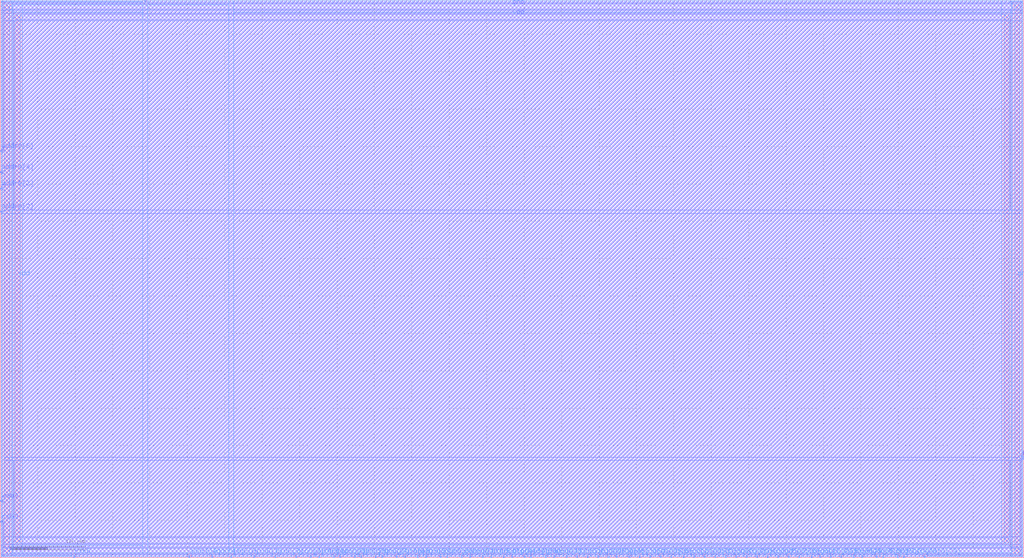
<source format=lef>
VERSION 5.4 ;
NAMESCASESENSITIVE ON ;
BUSBITCHARS "[]" ;
DIVIDERCHAR "/" ;
UNITS
  DATABASE MICRONS 2000 ;
END UNITS
MACRO SRAM_32x128_1rw
   CLASS BLOCK ;
   SIZE 136.78 BY 74.62 ;
   SYMMETRY X Y R90 ;
   PIN din0[0]
      DIRECTION INPUT ;
      PORT
         LAYER metal4 ;
         RECT  30.8 0.0 30.94 0.42 ;
      END
   END din0[0]
   PIN din0[1]
      DIRECTION INPUT ;
      PORT
         LAYER metal4 ;
         RECT  33.88 0.0 34.02 0.42 ;
      END
   END din0[1]
   PIN din0[2]
      DIRECTION INPUT ;
      PORT
         LAYER metal4 ;
         RECT  36.68 0.0 36.82 0.42 ;
      END
   END din0[2]
   PIN din0[3]
      DIRECTION INPUT ;
      PORT
         LAYER metal4 ;
         RECT  39.48 0.0 39.62 0.42 ;
      END
   END din0[3]
   PIN din0[4]
      DIRECTION INPUT ;
      PORT
         LAYER metal4 ;
         RECT  42.56 0.0 42.7 0.42 ;
      END
   END din0[4]
   PIN din0[5]
      DIRECTION INPUT ;
      PORT
         LAYER metal4 ;
         RECT  45.36 0.0 45.5 0.42 ;
      END
   END din0[5]
   PIN din0[6]
      DIRECTION INPUT ;
      PORT
         LAYER metal4 ;
         RECT  48.16 0.0 48.3 0.42 ;
      END
   END din0[6]
   PIN din0[7]
      DIRECTION INPUT ;
      PORT
         LAYER metal4 ;
         RECT  50.96 0.0 51.1 0.42 ;
      END
   END din0[7]
   PIN din0[8]
      DIRECTION INPUT ;
      PORT
         LAYER metal4 ;
         RECT  54.04 0.0 54.18 0.42 ;
      END
   END din0[8]
   PIN din0[9]
      DIRECTION INPUT ;
      PORT
         LAYER metal4 ;
         RECT  56.84 0.0 56.98 0.42 ;
      END
   END din0[9]
   PIN din0[10]
      DIRECTION INPUT ;
      PORT
         LAYER metal4 ;
         RECT  59.64 0.0 59.78 0.42 ;
      END
   END din0[10]
   PIN din0[11]
      DIRECTION INPUT ;
      PORT
         LAYER metal4 ;
         RECT  62.72 0.0 62.86 0.42 ;
      END
   END din0[11]
   PIN din0[12]
      DIRECTION INPUT ;
      PORT
         LAYER metal4 ;
         RECT  65.52 0.0 65.66 0.42 ;
      END
   END din0[12]
   PIN din0[13]
      DIRECTION INPUT ;
      PORT
         LAYER metal4 ;
         RECT  68.32 0.0 68.46 0.42 ;
      END
   END din0[13]
   PIN din0[14]
      DIRECTION INPUT ;
      PORT
         LAYER metal4 ;
         RECT  70.84 0.0 70.98 0.42 ;
      END
   END din0[14]
   PIN din0[15]
      DIRECTION INPUT ;
      PORT
         LAYER metal4 ;
         RECT  73.92 0.0 74.06 0.42 ;
      END
   END din0[15]
   PIN din0[16]
      DIRECTION INPUT ;
      PORT
         LAYER metal4 ;
         RECT  77.0 0.0 77.14 0.42 ;
      END
   END din0[16]
   PIN din0[17]
      DIRECTION INPUT ;
      PORT
         LAYER metal4 ;
         RECT  79.8 0.0 79.94 0.42 ;
      END
   END din0[17]
   PIN din0[18]
      DIRECTION INPUT ;
      PORT
         LAYER metal4 ;
         RECT  82.32 0.0 82.46 0.42 ;
      END
   END din0[18]
   PIN din0[19]
      DIRECTION INPUT ;
      PORT
         LAYER metal4 ;
         RECT  85.4 0.0 85.54 0.42 ;
      END
   END din0[19]
   PIN din0[20]
      DIRECTION INPUT ;
      PORT
         LAYER metal4 ;
         RECT  88.2 0.0 88.34 0.42 ;
      END
   END din0[20]
   PIN din0[21]
      DIRECTION INPUT ;
      PORT
         LAYER metal4 ;
         RECT  91.28 0.0 91.42 0.42 ;
      END
   END din0[21]
   PIN din0[22]
      DIRECTION INPUT ;
      PORT
         LAYER metal4 ;
         RECT  94.08 0.0 94.22 0.42 ;
      END
   END din0[22]
   PIN din0[23]
      DIRECTION INPUT ;
      PORT
         LAYER metal4 ;
         RECT  96.88 0.0 97.02 0.42 ;
      END
   END din0[23]
   PIN din0[24]
      DIRECTION INPUT ;
      PORT
         LAYER metal4 ;
         RECT  99.68 0.0 99.82 0.42 ;
      END
   END din0[24]
   PIN din0[25]
      DIRECTION INPUT ;
      PORT
         LAYER metal4 ;
         RECT  102.48 0.0 102.62 0.42 ;
      END
   END din0[25]
   PIN din0[26]
      DIRECTION INPUT ;
      PORT
         LAYER metal4 ;
         RECT  105.28 0.0 105.42 0.42 ;
      END
   END din0[26]
   PIN din0[27]
      DIRECTION INPUT ;
      PORT
         LAYER metal4 ;
         RECT  108.36 0.0 108.5 0.42 ;
      END
   END din0[27]
   PIN din0[28]
      DIRECTION INPUT ;
      PORT
         LAYER metal4 ;
         RECT  110.88 0.0 111.02 0.42 ;
      END
   END din0[28]
   PIN din0[29]
      DIRECTION INPUT ;
      PORT
         LAYER metal4 ;
         RECT  113.96 0.0 114.1 0.42 ;
      END
   END din0[29]
   PIN din0[30]
      DIRECTION INPUT ;
      PORT
         LAYER metal4 ;
         RECT  117.04 0.0 117.18 0.42 ;
      END
   END din0[30]
   PIN din0[31]
      DIRECTION INPUT ;
      PORT
         LAYER metal4 ;
         RECT  119.84 0.0 119.98 0.42 ;
      END
   END din0[31]
   PIN addr0[0]
      DIRECTION INPUT ;
      PORT
         LAYER metal4 ;
         RECT  25.2 0.0 25.34 0.42 ;
      END
   END addr0[0]
   PIN addr0[1]
      DIRECTION INPUT ;
      PORT
         LAYER metal4 ;
         RECT  28.28 0.0 28.42 0.42 ;
      END
   END addr0[1]
   PIN addr0[2]
      DIRECTION INPUT ;
      PORT
         LAYER metal3 ;
         RECT  0.0 46.2 0.42 46.34 ;
      END
   END addr0[2]
   PIN addr0[3]
      DIRECTION INPUT ;
      PORT
         LAYER metal3 ;
         RECT  0.0 49.28 0.42 49.42 ;
      END
   END addr0[3]
   PIN addr0[4]
      DIRECTION INPUT ;
      PORT
         LAYER metal3 ;
         RECT  0.0 51.52 0.42 51.66 ;
      END
   END addr0[4]
   PIN addr0[5]
      DIRECTION INPUT ;
      PORT
         LAYER metal3 ;
         RECT  0.0 54.32 0.42 54.46 ;
      END
   END addr0[5]
   PIN addr0[6]
      DIRECTION INPUT ;
      PORT
         LAYER metal4 ;
         RECT  19.32 74.2 19.46 74.62 ;
      END
   END addr0[6]
   PIN csb0
      DIRECTION INPUT ;
      PORT
         LAYER metal3 ;
         RECT  0.0 4.76 0.42 4.9 ;
      END
   END csb0
   PIN web0
      DIRECTION INPUT ;
      PORT
         LAYER metal3 ;
         RECT  0.0 7.56 0.42 7.7 ;
      END
   END web0
   PIN clk0
      DIRECTION INPUT ;
      PORT
         LAYER metal4 ;
         RECT  9.8 0.0 9.94 0.42 ;
      END
   END clk0
   PIN dout0[0]
      DIRECTION OUTPUT ;
      PORT
         LAYER metal4 ;
         RECT  41.44 0.0 41.58 0.42 ;
      END
   END dout0[0]
   PIN dout0[1]
      DIRECTION OUTPUT ;
      PORT
         LAYER metal4 ;
         RECT  44.52 0.0 44.66 0.42 ;
      END
   END dout0[1]
   PIN dout0[2]
      DIRECTION OUTPUT ;
      PORT
         LAYER metal4 ;
         RECT  47.32 0.0 47.46 0.42 ;
      END
   END dout0[2]
   PIN dout0[3]
      DIRECTION OUTPUT ;
      PORT
         LAYER metal4 ;
         RECT  50.12 0.0 50.26 0.42 ;
      END
   END dout0[3]
   PIN dout0[4]
      DIRECTION OUTPUT ;
      PORT
         LAYER metal4 ;
         RECT  52.92 0.0 53.06 0.42 ;
      END
   END dout0[4]
   PIN dout0[5]
      DIRECTION OUTPUT ;
      PORT
         LAYER metal4 ;
         RECT  55.72 0.0 55.86 0.42 ;
      END
   END dout0[5]
   PIN dout0[6]
      DIRECTION OUTPUT ;
      PORT
         LAYER metal4 ;
         RECT  58.8 0.0 58.94 0.42 ;
      END
   END dout0[6]
   PIN dout0[7]
      DIRECTION OUTPUT ;
      PORT
         LAYER metal4 ;
         RECT  61.6 0.0 61.74 0.42 ;
      END
   END dout0[7]
   PIN dout0[8]
      DIRECTION OUTPUT ;
      PORT
         LAYER metal4 ;
         RECT  64.4 0.0 64.54 0.42 ;
      END
   END dout0[8]
   PIN dout0[9]
      DIRECTION OUTPUT ;
      PORT
         LAYER metal4 ;
         RECT  67.2 0.0 67.34 0.42 ;
      END
   END dout0[9]
   PIN dout0[10]
      DIRECTION OUTPUT ;
      PORT
         LAYER metal4 ;
         RECT  70.0 0.0 70.14 0.42 ;
      END
   END dout0[10]
   PIN dout0[11]
      DIRECTION OUTPUT ;
      PORT
         LAYER metal4 ;
         RECT  72.8 0.0 72.94 0.42 ;
      END
   END dout0[11]
   PIN dout0[12]
      DIRECTION OUTPUT ;
      PORT
         LAYER metal4 ;
         RECT  75.6 0.0 75.74 0.42 ;
      END
   END dout0[12]
   PIN dout0[13]
      DIRECTION OUTPUT ;
      PORT
         LAYER metal4 ;
         RECT  78.4 0.0 78.54 0.42 ;
      END
   END dout0[13]
   PIN dout0[14]
      DIRECTION OUTPUT ;
      PORT
         LAYER metal4 ;
         RECT  81.2 0.0 81.34 0.42 ;
      END
   END dout0[14]
   PIN dout0[15]
      DIRECTION OUTPUT ;
      PORT
         LAYER metal4 ;
         RECT  84.0 0.0 84.14 0.42 ;
      END
   END dout0[15]
   PIN dout0[16]
      DIRECTION OUTPUT ;
      PORT
         LAYER metal4 ;
         RECT  86.8 0.0 86.94 0.42 ;
      END
   END dout0[16]
   PIN dout0[17]
      DIRECTION OUTPUT ;
      PORT
         LAYER metal4 ;
         RECT  89.6 0.0 89.74 0.42 ;
      END
   END dout0[17]
   PIN dout0[18]
      DIRECTION OUTPUT ;
      PORT
         LAYER metal4 ;
         RECT  92.68 0.0 92.82 0.42 ;
      END
   END dout0[18]
   PIN dout0[19]
      DIRECTION OUTPUT ;
      PORT
         LAYER metal4 ;
         RECT  95.48 0.0 95.62 0.42 ;
      END
   END dout0[19]
   PIN dout0[20]
      DIRECTION OUTPUT ;
      PORT
         LAYER metal4 ;
         RECT  98.28 0.0 98.42 0.42 ;
      END
   END dout0[20]
   PIN dout0[21]
      DIRECTION OUTPUT ;
      PORT
         LAYER metal4 ;
         RECT  101.08 0.0 101.22 0.42 ;
      END
   END dout0[21]
   PIN dout0[22]
      DIRECTION OUTPUT ;
      PORT
         LAYER metal4 ;
         RECT  103.88 0.0 104.02 0.42 ;
      END
   END dout0[22]
   PIN dout0[23]
      DIRECTION OUTPUT ;
      PORT
         LAYER metal4 ;
         RECT  106.68 0.0 106.82 0.42 ;
      END
   END dout0[23]
   PIN dout0[24]
      DIRECTION OUTPUT ;
      PORT
         LAYER metal4 ;
         RECT  109.48 0.0 109.62 0.42 ;
      END
   END dout0[24]
   PIN dout0[25]
      DIRECTION OUTPUT ;
      PORT
         LAYER metal4 ;
         RECT  112.28 0.0 112.42 0.42 ;
      END
   END dout0[25]
   PIN dout0[26]
      DIRECTION OUTPUT ;
      PORT
         LAYER metal4 ;
         RECT  115.08 0.0 115.22 0.42 ;
      END
   END dout0[26]
   PIN dout0[27]
      DIRECTION OUTPUT ;
      PORT
         LAYER metal4 ;
         RECT  117.88 0.0 118.02 0.42 ;
      END
   END dout0[27]
   PIN dout0[28]
      DIRECTION OUTPUT ;
      PORT
         LAYER metal4 ;
         RECT  120.68 0.0 120.82 0.42 ;
      END
   END dout0[28]
   PIN dout0[29]
      DIRECTION OUTPUT ;
      PORT
         LAYER metal4 ;
         RECT  123.48 0.0 123.62 0.42 ;
      END
   END dout0[29]
   PIN dout0[30]
      DIRECTION OUTPUT ;
      PORT
         LAYER metal3 ;
         RECT  136.36 13.16 136.78 13.3 ;
      END
   END dout0[30]
   PIN dout0[31]
      DIRECTION OUTPUT ;
      PORT
         LAYER metal3 ;
         RECT  136.36 13.44 136.78 13.58 ;
      END
   END dout0[31]
   PIN vdd
      DIRECTION INOUT ;
      USE POWER ; 
      SHAPE ABUTMENT ; 
      PORT
         LAYER metal3 ;
         RECT  1.96 1.96 134.82 2.66 ;
         LAYER metal4 ;
         RECT  134.12 1.96 134.82 72.66 ;
         LAYER metal3 ;
         RECT  1.96 71.96 134.82 72.66 ;
         LAYER metal4 ;
         RECT  1.96 1.96 2.66 72.66 ;
      END
   END vdd
   PIN gnd
      DIRECTION INOUT ;
      USE GROUND ; 
      SHAPE ABUTMENT ; 
      PORT
         LAYER metal4 ;
         RECT  0.56 0.56 1.26 74.06 ;
         LAYER metal3 ;
         RECT  0.56 0.56 136.22 1.26 ;
         LAYER metal4 ;
         RECT  135.52 0.56 136.22 74.06 ;
         LAYER metal3 ;
         RECT  0.56 73.36 136.22 74.06 ;
      END
   END gnd
   OBS
   LAYER  metal1 ;
      RECT  0.14 0.14 136.64 74.48 ;
   LAYER  metal2 ;
      RECT  0.14 0.14 136.64 74.48 ;
   LAYER  metal3 ;
      RECT  0.56 46.06 136.64 46.48 ;
      RECT  0.14 46.48 0.56 49.14 ;
      RECT  0.14 49.56 0.56 51.38 ;
      RECT  0.14 51.8 0.56 54.18 ;
      RECT  0.14 5.04 0.56 7.42 ;
      RECT  0.14 7.84 0.56 46.06 ;
      RECT  0.56 13.02 136.22 13.44 ;
      RECT  0.56 13.44 136.22 46.06 ;
      RECT  136.22 13.72 136.64 46.06 ;
      RECT  0.56 1.82 1.82 2.8 ;
      RECT  0.56 2.8 1.82 13.02 ;
      RECT  1.82 2.8 134.96 13.02 ;
      RECT  134.96 1.82 136.22 2.8 ;
      RECT  134.96 2.8 136.22 13.02 ;
      RECT  0.56 46.48 1.82 71.82 ;
      RECT  0.56 71.82 1.82 72.8 ;
      RECT  1.82 46.48 134.96 71.82 ;
      RECT  134.96 46.48 136.64 71.82 ;
      RECT  134.96 71.82 136.64 72.8 ;
      RECT  0.14 0.14 0.42 0.42 ;
      RECT  0.14 0.42 0.42 1.4 ;
      RECT  0.14 1.4 0.42 4.62 ;
      RECT  0.42 0.14 0.56 0.42 ;
      RECT  0.42 1.4 0.56 4.62 ;
      RECT  136.22 0.14 136.36 0.42 ;
      RECT  136.22 1.4 136.36 13.02 ;
      RECT  136.36 0.14 136.64 0.42 ;
      RECT  136.36 0.42 136.64 1.4 ;
      RECT  136.36 1.4 136.64 13.02 ;
      RECT  0.56 0.14 1.82 0.42 ;
      RECT  0.56 1.4 1.82 1.82 ;
      RECT  1.82 0.14 134.96 0.42 ;
      RECT  1.82 1.4 134.96 1.82 ;
      RECT  134.96 0.14 136.22 0.42 ;
      RECT  134.96 1.4 136.22 1.82 ;
      RECT  0.14 54.6 0.42 73.22 ;
      RECT  0.14 73.22 0.42 74.2 ;
      RECT  0.14 74.2 0.42 74.48 ;
      RECT  0.42 54.6 0.56 73.22 ;
      RECT  0.42 74.2 0.56 74.48 ;
      RECT  0.56 72.8 1.82 73.22 ;
      RECT  0.56 74.2 1.82 74.48 ;
      RECT  1.82 72.8 134.96 73.22 ;
      RECT  1.82 74.2 134.96 74.48 ;
      RECT  134.96 72.8 136.36 73.22 ;
      RECT  134.96 74.2 136.36 74.48 ;
      RECT  136.36 72.8 136.64 73.22 ;
      RECT  136.36 73.22 136.64 74.2 ;
      RECT  136.36 74.2 136.64 74.48 ;
   LAYER  metal4 ;
      RECT  30.52 0.7 31.22 74.48 ;
      RECT  31.22 0.14 33.6 0.7 ;
      RECT  34.3 0.14 36.4 0.7 ;
      RECT  37.1 0.14 39.2 0.7 ;
      RECT  25.62 0.14 28.0 0.7 ;
      RECT  28.7 0.14 30.52 0.7 ;
      RECT  19.04 0.7 19.74 73.92 ;
      RECT  19.74 0.7 30.52 73.92 ;
      RECT  19.74 73.92 30.52 74.48 ;
      RECT  10.22 0.14 24.92 0.7 ;
      RECT  39.9 0.14 41.16 0.7 ;
      RECT  41.86 0.14 42.28 0.7 ;
      RECT  42.98 0.14 44.24 0.7 ;
      RECT  44.94 0.14 45.08 0.7 ;
      RECT  45.78 0.14 47.04 0.7 ;
      RECT  47.74 0.14 47.88 0.7 ;
      RECT  48.58 0.14 49.84 0.7 ;
      RECT  50.54 0.14 50.68 0.7 ;
      RECT  51.38 0.14 52.64 0.7 ;
      RECT  53.34 0.14 53.76 0.7 ;
      RECT  54.46 0.14 55.44 0.7 ;
      RECT  56.14 0.14 56.56 0.7 ;
      RECT  57.26 0.14 58.52 0.7 ;
      RECT  59.22 0.14 59.36 0.7 ;
      RECT  60.06 0.14 61.32 0.7 ;
      RECT  62.02 0.14 62.44 0.7 ;
      RECT  63.14 0.14 64.12 0.7 ;
      RECT  64.82 0.14 65.24 0.7 ;
      RECT  65.94 0.14 66.92 0.7 ;
      RECT  67.62 0.14 68.04 0.7 ;
      RECT  68.74 0.14 69.72 0.7 ;
      RECT  70.42 0.14 70.56 0.7 ;
      RECT  71.26 0.14 72.52 0.7 ;
      RECT  73.22 0.14 73.64 0.7 ;
      RECT  74.34 0.14 75.32 0.7 ;
      RECT  76.02 0.14 76.72 0.7 ;
      RECT  77.42 0.14 78.12 0.7 ;
      RECT  78.82 0.14 79.52 0.7 ;
      RECT  80.22 0.14 80.92 0.7 ;
      RECT  81.62 0.14 82.04 0.7 ;
      RECT  82.74 0.14 83.72 0.7 ;
      RECT  84.42 0.14 85.12 0.7 ;
      RECT  85.82 0.14 86.52 0.7 ;
      RECT  87.22 0.14 87.92 0.7 ;
      RECT  88.62 0.14 89.32 0.7 ;
      RECT  90.02 0.14 91.0 0.7 ;
      RECT  91.7 0.14 92.4 0.7 ;
      RECT  93.1 0.14 93.8 0.7 ;
      RECT  94.5 0.14 95.2 0.7 ;
      RECT  95.9 0.14 96.6 0.7 ;
      RECT  97.3 0.14 98.0 0.7 ;
      RECT  98.7 0.14 99.4 0.7 ;
      RECT  100.1 0.14 100.8 0.7 ;
      RECT  101.5 0.14 102.2 0.7 ;
      RECT  102.9 0.14 103.6 0.7 ;
      RECT  104.3 0.14 105.0 0.7 ;
      RECT  105.7 0.14 106.4 0.7 ;
      RECT  107.1 0.14 108.08 0.7 ;
      RECT  108.78 0.14 109.2 0.7 ;
      RECT  109.9 0.14 110.6 0.7 ;
      RECT  111.3 0.14 112.0 0.7 ;
      RECT  112.7 0.14 113.68 0.7 ;
      RECT  114.38 0.14 114.8 0.7 ;
      RECT  115.5 0.14 116.76 0.7 ;
      RECT  117.46 0.14 117.6 0.7 ;
      RECT  118.3 0.14 119.56 0.7 ;
      RECT  120.26 0.14 120.4 0.7 ;
      RECT  121.1 0.14 123.2 0.7 ;
      RECT  31.22 0.7 133.84 1.68 ;
      RECT  31.22 1.68 133.84 72.94 ;
      RECT  31.22 72.94 133.84 74.48 ;
      RECT  133.84 0.7 135.1 1.68 ;
      RECT  133.84 72.94 135.1 74.48 ;
      RECT  1.68 0.7 2.94 1.68 ;
      RECT  1.68 72.94 2.94 73.92 ;
      RECT  2.94 0.7 19.04 1.68 ;
      RECT  2.94 1.68 19.04 72.94 ;
      RECT  2.94 72.94 19.04 73.92 ;
      RECT  0.14 73.92 0.28 74.34 ;
      RECT  0.14 74.34 0.28 74.48 ;
      RECT  0.28 74.34 1.54 74.48 ;
      RECT  1.54 73.92 19.04 74.34 ;
      RECT  1.54 74.34 19.04 74.48 ;
      RECT  0.14 0.14 0.28 0.28 ;
      RECT  0.14 0.28 0.28 0.7 ;
      RECT  0.28 0.14 1.54 0.28 ;
      RECT  1.54 0.14 9.52 0.28 ;
      RECT  1.54 0.28 9.52 0.7 ;
      RECT  0.14 0.7 0.28 1.68 ;
      RECT  1.54 0.7 1.68 1.68 ;
      RECT  0.14 1.68 0.28 72.94 ;
      RECT  1.54 1.68 1.68 72.94 ;
      RECT  0.14 72.94 0.28 73.92 ;
      RECT  1.54 72.94 1.68 73.92 ;
      RECT  123.9 0.14 135.24 0.28 ;
      RECT  123.9 0.28 135.24 0.7 ;
      RECT  135.24 0.14 136.5 0.28 ;
      RECT  136.5 0.14 136.64 0.28 ;
      RECT  136.5 0.28 136.64 0.7 ;
      RECT  135.1 0.7 135.24 1.68 ;
      RECT  136.5 0.7 136.64 1.68 ;
      RECT  135.1 1.68 135.24 72.94 ;
      RECT  136.5 1.68 136.64 72.94 ;
      RECT  135.1 72.94 135.24 74.34 ;
      RECT  135.1 74.34 135.24 74.48 ;
      RECT  135.24 74.34 136.5 74.48 ;
      RECT  136.5 72.94 136.64 74.34 ;
      RECT  136.5 74.34 136.64 74.48 ;
   END
END    SRAM_32x128_1rw
END    LIBRARY

</source>
